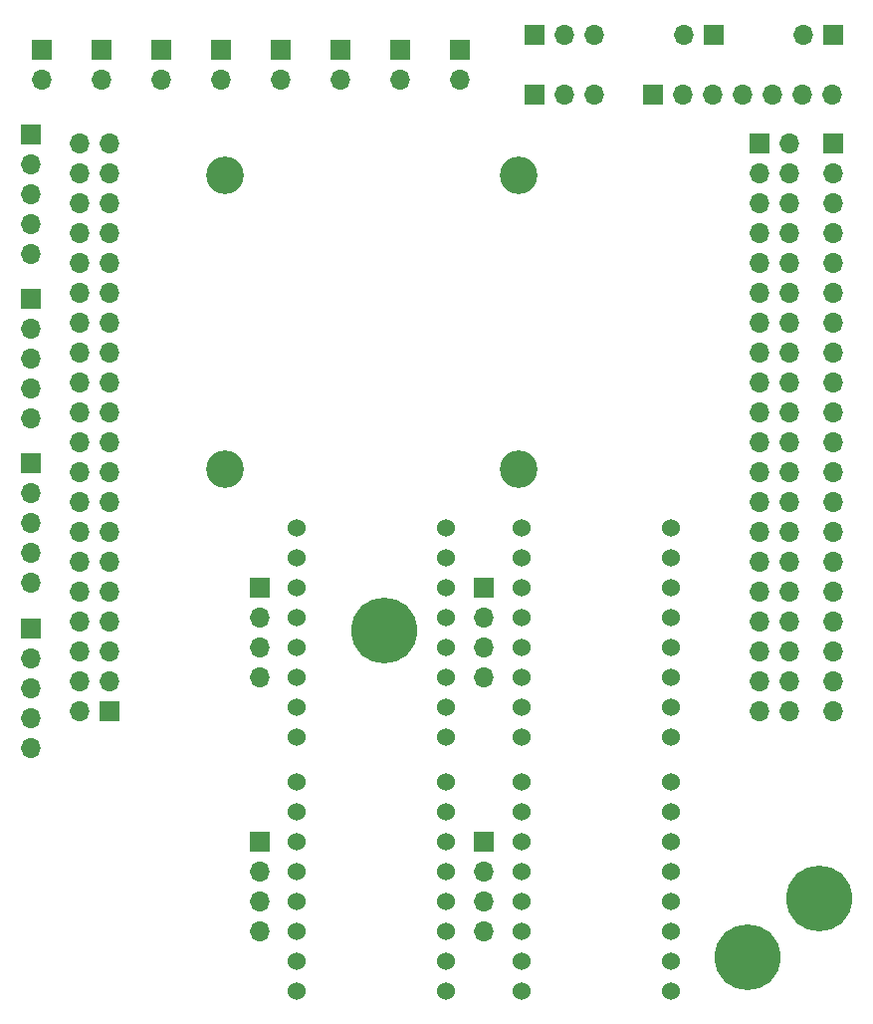
<source format=gbr>
G04 #@! TF.GenerationSoftware,KiCad,Pcbnew,5.1.9-73d0e3b20d~88~ubuntu20.04.1*
G04 #@! TF.CreationDate,2021-03-18T21:34:13+01:00*
G04 #@! TF.ProjectId,de10-shield,64653130-2d73-4686-9965-6c642e6b6963,rev?*
G04 #@! TF.SameCoordinates,Original*
G04 #@! TF.FileFunction,Soldermask,Bot*
G04 #@! TF.FilePolarity,Negative*
%FSLAX46Y46*%
G04 Gerber Fmt 4.6, Leading zero omitted, Abs format (unit mm)*
G04 Created by KiCad (PCBNEW 5.1.9-73d0e3b20d~88~ubuntu20.04.1) date 2021-03-18 21:34:13*
%MOMM*%
%LPD*%
G01*
G04 APERTURE LIST*
%ADD10O,1.700000X1.700000*%
%ADD11R,1.700000X1.700000*%
%ADD12C,3.200000*%
%ADD13C,1.524000*%
%ADD14C,5.600000*%
G04 APERTURE END LIST*
D10*
X152540000Y-107050000D03*
X150000000Y-107050000D03*
X152540000Y-104510000D03*
X150000000Y-104510000D03*
X152540000Y-101970000D03*
X150000000Y-101970000D03*
X152540000Y-99430000D03*
X150000000Y-99430000D03*
X152540000Y-96890000D03*
X150000000Y-96890000D03*
X152540000Y-94350000D03*
X150000000Y-94350000D03*
X152540000Y-91810000D03*
X150000000Y-91810000D03*
X152540000Y-89270000D03*
X150000000Y-89270000D03*
X152540000Y-86730000D03*
X150000000Y-86730000D03*
X152540000Y-84190000D03*
X150000000Y-84190000D03*
X152540000Y-81650000D03*
X150000000Y-81650000D03*
X152540000Y-79110000D03*
X150000000Y-79110000D03*
X152540000Y-76570000D03*
X150000000Y-76570000D03*
X152540000Y-74030000D03*
X150000000Y-74030000D03*
X152540000Y-71490000D03*
X150000000Y-71490000D03*
X152540000Y-68950000D03*
X150000000Y-68950000D03*
X152540000Y-66410000D03*
X150000000Y-66410000D03*
X152540000Y-63870000D03*
X150000000Y-63870000D03*
X152540000Y-61330000D03*
X150000000Y-61330000D03*
X152540000Y-58790000D03*
D11*
X150000000Y-58790000D03*
X94700000Y-107050000D03*
D10*
X92160000Y-107050000D03*
X94700000Y-104510000D03*
X92160000Y-104510000D03*
X94700000Y-101970000D03*
X92160000Y-101970000D03*
X94700000Y-99430000D03*
X92160000Y-99430000D03*
X94700000Y-96890000D03*
X92160000Y-96890000D03*
X94700000Y-94350000D03*
X92160000Y-94350000D03*
X94700000Y-91810000D03*
X92160000Y-91810000D03*
X94700000Y-89270000D03*
X92160000Y-89270000D03*
X94700000Y-86730000D03*
X92160000Y-86730000D03*
X94700000Y-84190000D03*
X92160000Y-84190000D03*
X94700000Y-81650000D03*
X92160000Y-81650000D03*
X94700000Y-79110000D03*
X92160000Y-79110000D03*
X94700000Y-76570000D03*
X92160000Y-76570000D03*
X94700000Y-74030000D03*
X92160000Y-74030000D03*
X94700000Y-71490000D03*
X92160000Y-71490000D03*
X94700000Y-68950000D03*
X92160000Y-68950000D03*
X94700000Y-66410000D03*
X92160000Y-66410000D03*
X94700000Y-63870000D03*
X92160000Y-63870000D03*
X94700000Y-61330000D03*
X92160000Y-61330000D03*
X94700000Y-58790000D03*
X92160000Y-58790000D03*
D12*
X104500000Y-61500000D03*
X104500000Y-86500000D03*
X129500000Y-61500000D03*
X129500000Y-86500000D03*
D11*
X107500000Y-96520000D03*
D10*
X107500000Y-99060000D03*
X107500000Y-101600000D03*
X107500000Y-104140000D03*
X107500000Y-125730000D03*
X107500000Y-123190000D03*
X107500000Y-120650000D03*
D11*
X107500000Y-118110000D03*
X126500000Y-96520000D03*
D10*
X126500000Y-99060000D03*
X126500000Y-101600000D03*
X126500000Y-104140000D03*
X126500000Y-125730000D03*
X126500000Y-123190000D03*
X126500000Y-120650000D03*
D11*
X126500000Y-118110000D03*
D10*
X88900000Y-53340000D03*
D11*
X88900000Y-50800000D03*
X93980000Y-50800000D03*
D10*
X93980000Y-53340000D03*
X99060000Y-53340000D03*
D11*
X99060000Y-50800000D03*
X104140000Y-50800000D03*
D10*
X104140000Y-53340000D03*
D11*
X109220000Y-50800000D03*
D10*
X109220000Y-53340000D03*
X114300000Y-53340000D03*
D11*
X114300000Y-50800000D03*
X119380000Y-50800000D03*
D10*
X119380000Y-53340000D03*
X124460000Y-53340000D03*
D11*
X124460000Y-50800000D03*
X156250000Y-58800000D03*
D10*
X156250000Y-61340000D03*
X156250000Y-63880000D03*
X156250000Y-66420000D03*
X156250000Y-68960000D03*
X156250000Y-71500000D03*
X156250000Y-74040000D03*
X156250000Y-76580000D03*
X156250000Y-79120000D03*
X156250000Y-81660000D03*
X156250000Y-84200000D03*
X156250000Y-86740000D03*
X156250000Y-89280000D03*
X156250000Y-91820000D03*
X156250000Y-94360000D03*
X156250000Y-96900000D03*
X156250000Y-99440000D03*
X156250000Y-101980000D03*
X156250000Y-104520000D03*
X156250000Y-107060000D03*
D11*
X140890000Y-54610000D03*
D10*
X143430000Y-54610000D03*
X145970000Y-54610000D03*
X148510000Y-54610000D03*
X151050000Y-54610000D03*
X153590000Y-54610000D03*
X156130000Y-54610000D03*
X135890000Y-49530000D03*
X133350000Y-49530000D03*
D11*
X130810000Y-49530000D03*
X130810000Y-54610000D03*
D10*
X133350000Y-54610000D03*
X135890000Y-54610000D03*
D13*
X110650000Y-91440000D03*
X110650000Y-93980000D03*
X110650000Y-96520000D03*
X110650000Y-99060000D03*
X110650000Y-101600000D03*
X110650000Y-104140000D03*
X110650000Y-106680000D03*
X110650000Y-109220000D03*
X123350000Y-109220000D03*
X123350000Y-106680000D03*
X123350000Y-104140000D03*
X123350000Y-101600000D03*
X123350000Y-99060000D03*
X123350000Y-96520000D03*
X123350000Y-93980000D03*
X123350000Y-91440000D03*
X110650000Y-113030000D03*
X110650000Y-115570000D03*
X110650000Y-118110000D03*
X110650000Y-120650000D03*
X110650000Y-123190000D03*
X110650000Y-125730000D03*
X110650000Y-128270000D03*
X110650000Y-130810000D03*
X123350000Y-130810000D03*
X123350000Y-128270000D03*
X123350000Y-125730000D03*
X123350000Y-123190000D03*
X123350000Y-120650000D03*
X123350000Y-118110000D03*
X123350000Y-115570000D03*
X123350000Y-113030000D03*
X142450000Y-91440000D03*
X142450000Y-93980000D03*
X142450000Y-96520000D03*
X142450000Y-99060000D03*
X142450000Y-101600000D03*
X142450000Y-104140000D03*
X142450000Y-106680000D03*
X142450000Y-109220000D03*
X129750000Y-109220000D03*
X129750000Y-106680000D03*
X129750000Y-104140000D03*
X129750000Y-101600000D03*
X129750000Y-99060000D03*
X129750000Y-96520000D03*
X129750000Y-93980000D03*
X129750000Y-91440000D03*
X142450000Y-113030000D03*
X142450000Y-115570000D03*
X142450000Y-118110000D03*
X142450000Y-120650000D03*
X142450000Y-123190000D03*
X142450000Y-125730000D03*
X142450000Y-128270000D03*
X142450000Y-130810000D03*
X129750000Y-130810000D03*
X129750000Y-128270000D03*
X129750000Y-125730000D03*
X129750000Y-123190000D03*
X129750000Y-120650000D03*
X129750000Y-118110000D03*
X129750000Y-115570000D03*
X129750000Y-113030000D03*
D14*
X149000000Y-128000000D03*
X155100000Y-123000000D03*
D10*
X143510000Y-49530000D03*
D11*
X146050000Y-49530000D03*
X156210000Y-49530000D03*
D10*
X153670000Y-49530000D03*
D11*
X88000000Y-58000000D03*
D10*
X88000000Y-60540000D03*
X88000000Y-63080000D03*
X88000000Y-65620000D03*
X88000000Y-68160000D03*
D11*
X88000000Y-72000000D03*
D10*
X88000000Y-74540000D03*
X88000000Y-77080000D03*
X88000000Y-79620000D03*
X88000000Y-82160000D03*
X88000000Y-96160000D03*
X88000000Y-93620000D03*
X88000000Y-91080000D03*
X88000000Y-88540000D03*
D11*
X88000000Y-86000000D03*
D10*
X88000000Y-110160000D03*
X88000000Y-107620000D03*
X88000000Y-105080000D03*
X88000000Y-102540000D03*
D11*
X88000000Y-100000000D03*
D14*
X118100000Y-100200000D03*
M02*

</source>
